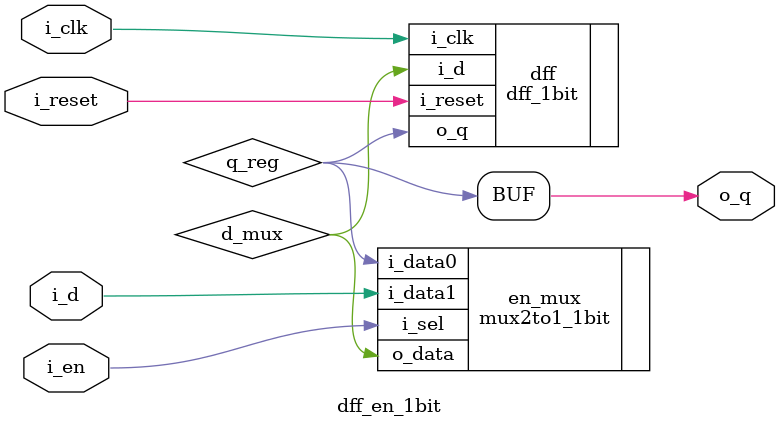
<source format=sv>
module dff_en_1bit (
    input  logic i_clk,
    input  logic i_reset,  
    input  logic i_en,
    input  logic i_d,
    output logic o_q
);
    logic q_reg;  
    logic d_mux; 
    
    // MUX: select i_d when i_en=1, otherwise keep q_reg
    mux2to1_1bit en_mux (
        .i_data0(q_reg),
        .i_data1(i_d),
        .i_sel(i_en),
        .o_data(d_mux)
    );
    
    dff_1bit dff (
        .i_clk(i_clk),
        .i_reset(i_reset),
        .i_d(d_mux),
        .o_q(q_reg)       
    );
    
    assign o_q = q_reg;
    
endmodule

</source>
